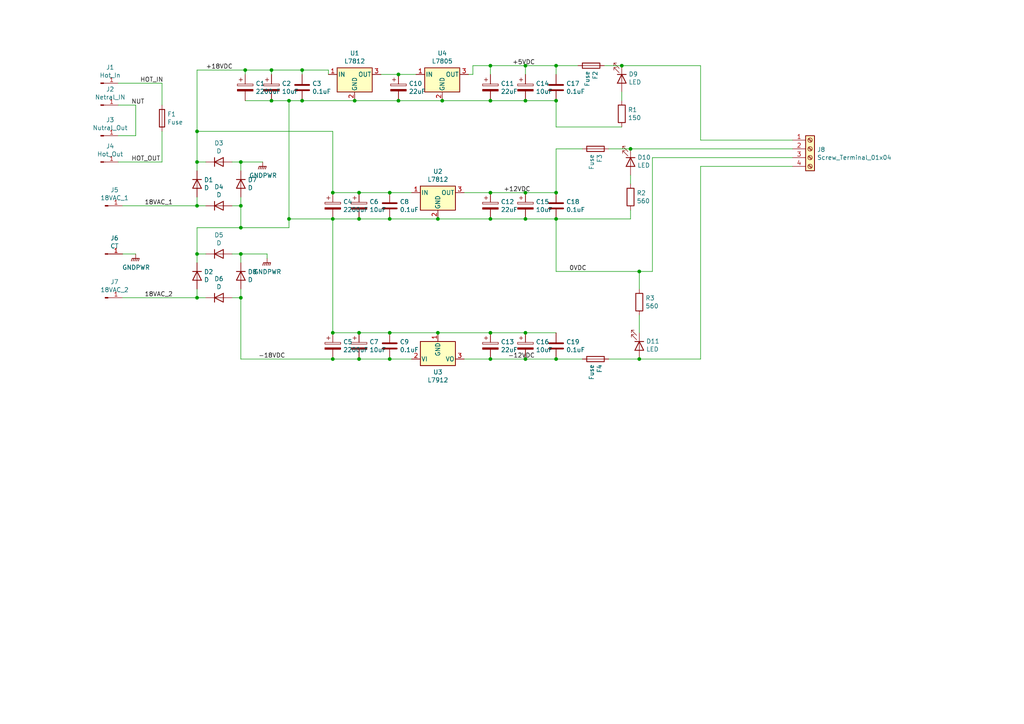
<source format=kicad_sch>
(kicad_sch (version 20250114) (generator "eeschema") (generator_version "9.0")
  (paper "A4")
  (lib_symbols
    (symbol "Connector:Conn_01x01_Male" (pin_names (offset 1.016) (hide yes))
      (property "Reference" "J" (at 0 2.54 0))
      (property "Value" "Conn_01x01_Male" (at 0 -2.54 0))
      (symbol "Conn_01x01_Male_1_1"
        (rectangle (start 0.8636 0.127) (end 0 -0.127) (stroke (width 0.1524)) (fill (type outline)))
        (polyline (pts (xy 1.27 0) (xy 0.8636 0)) (stroke (width 0.1524)))
        (pin passive line (at 5.08 0 180) (length 3.81) (name "Pin_1") (number "1"))
      )
    )
    (symbol "Connector:Screw_Terminal_01x04" (pin_names (offset 1.016) (hide yes))
      (property "Reference" "J" (at 0 5.08 0))
      (property "Value" "Screw_Terminal_01x04" (at 0 -7.62 0))
      (symbol "Screw_Terminal_01x04_1_1"
        (rectangle (start -1.27 3.81) (end 1.27 -6.35) (stroke (width 0.254)) (fill (type background)))
        (polyline (pts (xy -0.5334 2.8702) (xy 0.3302 2.032)) (stroke (width 0.1524)))
        (polyline (pts (xy -0.5334 0.3302) (xy 0.3302 -0.508)) (stroke (width 0.1524)))
        (polyline (pts (xy -0.5334 -2.2098) (xy 0.3302 -3.048)) (stroke (width 0.1524)))
        (polyline (pts (xy -0.5334 -4.7498) (xy 0.3302 -5.588)) (stroke (width 0.1524)))
        (polyline (pts (xy -0.3556 3.048) (xy 0.508 2.2098)) (stroke (width 0.1524)))
        (polyline (pts (xy -0.3556 0.508) (xy 0.508 -0.3302)) (stroke (width 0.1524)))
        (polyline (pts (xy -0.3556 -2.032) (xy 0.508 -2.8702)) (stroke (width 0.1524)))
        (polyline (pts (xy -0.3556 -4.572) (xy 0.508 -5.4102)) (stroke (width 0.1524)))
        (circle (center 0 2.54) (radius 0.635) (stroke (width 0.1524)))
        (circle (center 0 0) (radius 0.635) (stroke (width 0.1524)))
        (circle (center 0 -2.54) (radius 0.635) (stroke (width 0.1524)))
        (circle (center 0 -5.08) (radius 0.635) (stroke (width 0.1524)))
        (pin passive line (at -5.08 2.54 0) (length 3.81) (name "Pin_1") (number "1"))
        (pin passive line (at -5.08 0 0) (length 3.81) (name "Pin_2") (number "2"))
        (pin passive line (at -5.08 -2.54 0) (length 3.81) (name "Pin_3") (number "3"))
        (pin passive line (at -5.08 -5.08 0) (length 3.81) (name "Pin_4") (number "4"))
      )
    )
    (symbol "Device:C" (pin_numbers (hide yes)) (pin_names (offset 0.254))
      (property "Reference" "C" (at 0.635 2.54 0))
      (property "Value" "C" (at 0.635 -2.54 0))
      (symbol "C_0_1"
        (polyline (pts (xy -2.032 0.762) (xy 2.032 0.762)) (stroke (width 0.508)))
        (polyline (pts (xy -2.032 -0.762) (xy 2.032 -0.762)) (stroke (width 0.508)))
      )
      (symbol "C_1_1"
        (pin passive line (at 0 3.81 270) (length 2.794) (name "~") (number "1"))
        (pin passive line (at 0 -3.81 90) (length 2.794) (name "~") (number "2"))
      )
    )
    (symbol "Device:CP" (pin_numbers (hide yes)) (pin_names (offset 0.254))
      (property "Reference" "C" (at 0.635 2.54 0))
      (property "Value" "Device_CP" (at 0.635 -2.54 0))
      (symbol "CP_0_1"
        (rectangle (start -2.286 0.508) (end 2.286 1.016))
        (polyline (pts (xy -1.778 2.286) (xy -0.762 2.286)))
        (polyline (pts (xy -1.27 2.794) (xy -1.27 1.778)))
        (rectangle (start 2.286 -0.508) (end -2.286 -1.016) (fill (type outline)))
      )
      (symbol "CP_1_1"
        (pin passive line (at 0 3.81 270) (length 2.794) (name "~") (number "1"))
        (pin passive line (at 0 -3.81 90) (length 2.794) (name "~") (number "2"))
      )
    )
    (symbol "Device:D" (pin_numbers (hide yes)) (pin_names (offset 1.016) (hide yes))
      (property "Reference" "D" (at 0 2.54 0))
      (property "Value" "D" (at 0 -2.54 0))
      (symbol "D_0_1"
        (polyline (pts (xy -1.27 1.27) (xy -1.27 -1.27)) (stroke (width 0.254)))
        (polyline (pts (xy 1.27 1.27) (xy 1.27 -1.27) (xy -1.27 0) (xy 1.27 1.27)) (stroke (width 0.254)))
        (polyline (pts (xy 1.27 0) (xy -1.27 0)))
      )
      (symbol "D_1_1"
        (pin passive line (at -3.81 0 0) (length 2.54) (name "K") (number "1"))
        (pin passive line (at 3.81 0 180) (length 2.54) (name "A") (number "2"))
      )
    )
    (symbol "Device:Fuse" (pin_numbers (hide yes)) (pin_names (offset 0))
      (property "Reference" "F" (at 2.032 0 90))
      (property "Value" "Fuse" (at -1.905 0 90))
      (symbol "Fuse_0_1"
        (rectangle (start -0.762 -2.54) (end 0.762 2.54) (stroke (width 0.254)))
        (polyline (pts (xy 0 2.54) (xy 0 -2.54)))
      )
      (symbol "Fuse_1_1"
        (pin passive line (at 0 3.81 270) (length 1.27) (name "~") (number "1"))
        (pin passive line (at 0 -3.81 90) (length 1.27) (name "~") (number "2"))
      )
    )
    (symbol "Device:LED" (pin_numbers (hide yes)) (pin_names (offset 1.016) (hide yes))
      (property "Reference" "D" (at 0 2.54 0))
      (property "Value" "LED" (at 0 -2.54 0))
      (symbol "LED_0_1"
        (polyline (pts (xy -3.048 -0.762) (xy -4.572 -2.286) (xy -3.81 -2.286) (xy -4.572 -2.286) (xy -4.572 -1.524)))
        (polyline (pts (xy -1.778 -0.762) (xy -3.302 -2.286) (xy -2.54 -2.286) (xy -3.302 -2.286) (xy -3.302 -1.524)))
        (polyline (pts (xy -1.27 0) (xy 1.27 0)))
        (polyline (pts (xy -1.27 -1.27) (xy -1.27 1.27)) (stroke (width 0.254)))
        (polyline (pts (xy 1.27 -1.27) (xy 1.27 1.27) (xy -1.27 0) (xy 1.27 -1.27)) (stroke (width 0.254)))
      )
      (symbol "LED_1_1"
        (pin passive line (at -3.81 0 0) (length 2.54) (name "K") (number "1"))
        (pin passive line (at 3.81 0 180) (length 2.54) (name "A") (number "2"))
      )
    )
    (symbol "Device:R" (pin_numbers (hide yes)) (pin_names (offset 0))
      (property "Reference" "R" (at 2.032 0 90))
      (property "Value" "R" (at 0 0 90))
      (symbol "R_0_1"
        (rectangle (start -1.016 -2.54) (end 1.016 2.54) (stroke (width 0.254)))
      )
      (symbol "R_1_1"
        (pin passive line (at 0 3.81 270) (length 1.27) (name "~") (number "1"))
        (pin passive line (at 0 -3.81 90) (length 1.27) (name "~") (number "2"))
      )
    )
    (symbol "Regulator_Linear:L7805" (pin_names (offset 0.254))
      (property "Reference" "U" (at -3.81 3.175 0))
      (property "Value" "L7805" (at 0 3.175 0))
      (symbol "L7805_0_1"
        (rectangle (start -5.08 1.905) (end 5.08 -5.08) (stroke (width 0.254)) (fill (type background)))
      )
      (symbol "L7805_1_1"
        (pin power_in line (at -7.62 0 0) (length 2.54) (name "IN") (number "1"))
        (pin power_in line (at 0 -7.62 90) (length 2.54) (name "GND") (number "2"))
        (pin power_out line (at 7.62 0 180) (length 2.54) (name "OUT") (number "3"))
      )
    )
    (symbol "Regulator_Linear:L7812" (pin_names (offset 0.254))
      (property "Reference" "U" (at -3.81 3.175 0))
      (property "Value" "L7812" (at 0 3.175 0))
      (symbol "L7812_0_1"
        (rectangle (start -5.08 1.905) (end 5.08 -5.08) (stroke (width 0.254)) (fill (type background)))
      )
      (symbol "L7812_1_1"
        (pin power_in line (at -7.62 0 0) (length 2.54) (name "IN") (number "1"))
        (pin power_in line (at 0 -7.62 90) (length 2.54) (name "GND") (number "2"))
        (pin power_out line (at 7.62 0 180) (length 2.54) (name "OUT") (number "3"))
      )
    )
    (symbol "Regulator_Linear:L7912" (pin_names (offset 0.254))
      (property "Reference" "U" (at -3.81 -3.175 0))
      (property "Value" "L7912" (at 0 -3.175 0))
      (symbol "L7912_0_1"
        (rectangle (start -5.08 5.08) (end 5.08 -1.905) (stroke (width 0.254)) (fill (type background)))
      )
      (symbol "L7912_1_1"
        (pin power_in line (at -7.62 0 0) (length 2.54) (name "VI") (number "2"))
        (pin power_in line (at 0 7.62 270) (length 2.54) (name "GND") (number "1"))
        (pin power_out line (at 7.62 0 180) (length 2.54) (name "VO") (number "3"))
      )
    )
    (symbol "power:GNDPWR" (power) (pin_names (offset 0))
      (property "Value" "GNDPWR" (at 0 -3.302 0))
      (symbol "GNDPWR_0_1"
        (polyline (pts (xy -1.016 -1.27) (xy -1.27 -2.032) (xy -1.27 -2.032)) (stroke (width 0.2032)))
        (polyline (pts (xy -0.508 -1.27) (xy -0.762 -2.032) (xy -0.762 -2.032)) (stroke (width 0.2032)))
        (polyline (pts (xy 0 -1.27) (xy 0 0)))
        (polyline (pts (xy 0 -1.27) (xy -0.254 -2.032) (xy -0.254 -2.032)) (stroke (width 0.2032)))
        (polyline (pts (xy 0.508 -1.27) (xy 0.254 -2.032) (xy 0.254 -2.032)) (stroke (width 0.2032)))
        (polyline (pts (xy 1.016 -1.27) (xy -1.016 -1.27) (xy -1.016 -1.27)) (stroke (width 0.2032)))
        (polyline (pts (xy 1.016 -1.27) (xy 0.762 -2.032) (xy 0.762 -2.032) (xy 0.762 -2.032)) (stroke (width 0.2032)))
      )
      (symbol "GNDPWR_1_1"
        (pin power_in line (at 0 0 270) (length 0) (hide yes) (name "GNDPWR") (number "1"))
      )
    )
  )
  (junction (at 152.4 19.05))
  (junction (at 57.15 38.1))
  (junction (at 104.14 63.5))
  (junction (at 102.87 29.21))
  (junction (at 182.88 43.18))
  (junction (at 161.29 29.21))
  (junction (at 161.29 63.5))
  (junction (at 142.24 96.52))
  (junction (at 87.63 20.32))
  (junction (at 104.14 104.14))
  (junction (at 69.85 73.66))
  (junction (at 142.24 29.21))
  (junction (at 185.42 78.74))
  (junction (at 161.29 19.05))
  (junction (at 78.74 29.21))
  (junction (at 115.57 21.59))
  (junction (at 180.34 19.05))
  (junction (at 113.03 55.88))
  (junction (at 152.4 55.88))
  (junction (at 96.52 55.88))
  (junction (at 185.42 104.14))
  (junction (at 104.14 55.88))
  (junction (at 96.52 104.14))
  (junction (at 113.03 96.52))
  (junction (at 69.85 59.69))
  (junction (at 127 63.5))
  (junction (at 69.85 66.04))
  (junction (at 78.74 20.32))
  (junction (at 83.82 63.5))
  (junction (at 69.85 86.36))
  (junction (at 142.24 19.05))
  (junction (at 127 96.52))
  (junction (at 96.52 96.52))
  (junction (at 152.4 96.52))
  (junction (at 96.52 63.5))
  (junction (at 152.4 63.5))
  (junction (at 142.24 55.88))
  (junction (at 142.24 104.14))
  (junction (at 57.15 86.36))
  (junction (at 152.4 29.21))
  (junction (at 71.12 20.32))
  (junction (at 161.29 104.14))
  (junction (at 128.27 29.21))
  (junction (at 113.03 63.5))
  (junction (at 152.4 104.14))
  (junction (at 57.15 59.69))
  (junction (at 87.63 29.21))
  (junction (at 161.29 55.88))
  (junction (at 113.03 104.14))
  (junction (at 142.24 63.5))
  (junction (at 57.15 46.99))
  (junction (at 57.15 73.66))
  (junction (at 104.14 96.52))
  (junction (at 115.57 29.21))
  (junction (at 69.85 46.99))
  (junction (at 83.82 29.21))
  (wire (pts (xy 176.53 104.14) (xy 185.42 104.14)))
  (wire (pts (xy 185.42 78.74) (xy 189.23 78.74)))
  (wire (pts (xy 152.4 96.52) (xy 161.29 96.52)))
  (wire (pts (xy 113.03 63.5) (xy 127 63.5)))
  (wire (pts (xy 96.52 96.52) (xy 96.52 63.5)))
  (wire (pts (xy 46.99 24.13) (xy 46.99 30.48)))
  (wire (pts (xy 142.24 104.14) (xy 152.4 104.14)))
  (wire (pts (xy 185.42 83.82) (xy 185.42 78.74)))
  (wire (pts (xy 142.24 21.59) (xy 142.24 19.05)))
  (wire (pts (xy 161.29 104.14) (xy 168.91 104.14)))
  (wire (pts (xy 69.85 46.99) (xy 76.2 46.99)))
  (wire (pts (xy 71.12 21.59) (xy 71.12 20.32)))
  (wire (pts (xy 152.4 29.21) (xy 161.29 29.21)))
  (wire (pts (xy 142.24 29.21) (xy 152.4 29.21)))
  (wire (pts (xy 57.15 86.36) (xy 57.15 83.82)))
  (wire (pts (xy 34.29 24.13) (xy 46.99 24.13)))
  (wire (pts (xy 57.15 59.69) (xy 57.15 57.15)))
  (wire (pts (xy 87.63 29.21) (xy 83.82 29.21)))
  (wire (pts (xy 69.85 104.14) (xy 96.52 104.14)))
  (wire (pts (xy 78.74 20.32) (xy 87.63 20.32)))
  (wire (pts (xy 57.15 73.66) (xy 57.15 66.04)))
  (wire (pts (xy 142.24 96.52) (xy 127 96.52)))
  (wire (pts (xy 96.52 63.5) (xy 104.14 63.5)))
  (wire (pts (xy 69.85 86.36) (xy 69.85 104.14)))
  (wire (pts (xy 189.23 45.72) (xy 229.87 45.72)))
  (wire (pts (xy 104.14 96.52) (xy 113.03 96.52)))
  (wire (pts (xy 83.82 66.04) (xy 83.82 63.5)))
  (wire (pts (xy 102.87 29.21) (xy 115.57 29.21)))
  (wire (pts (xy 104.14 104.14) (xy 113.03 104.14)))
  (wire (pts (xy 229.87 40.64) (xy 203.2 40.64)))
  (wire (pts (xy 39.37 39.37) (xy 34.29 39.37)))
  (wire (pts (xy 57.15 76.2) (xy 57.15 73.66)))
  (wire (pts (xy 142.24 104.14) (xy 134.62 104.14)))
  (wire (pts (xy 59.69 86.36) (xy 57.15 86.36)))
  (wire (pts (xy 152.4 21.59) (xy 152.4 19.05)))
  (wire (pts (xy 35.56 86.36) (xy 57.15 86.36)))
  (wire (pts (xy 137.16 21.59) (xy 135.89 21.59)))
  (wire (pts (xy 182.88 60.96) (xy 182.88 63.5)))
  (wire (pts (xy 128.27 29.21) (xy 142.24 29.21)))
  (wire (pts (xy 127 63.5) (xy 142.24 63.5)))
  (wire (pts (xy 71.12 29.21) (xy 78.74 29.21)))
  (wire (pts (xy 77.47 73.66) (xy 77.47 74.93)))
  (wire (pts (xy 69.85 66.04) (xy 69.85 59.69)))
  (wire (pts (xy 203.2 19.05) (xy 180.34 19.05)))
  (wire (pts (xy 69.85 59.69) (xy 67.31 59.69)))
  (wire (pts (xy 203.2 40.64) (xy 203.2 19.05)))
  (wire (pts (xy 182.88 63.5) (xy 161.29 63.5)))
  (wire (pts (xy 102.87 29.21) (xy 87.63 29.21)))
  (wire (pts (xy 96.52 104.14) (xy 104.14 104.14)))
  (wire (pts (xy 83.82 63.5) (xy 96.52 63.5)))
  (wire (pts (xy 69.85 73.66) (xy 77.47 73.66)))
  (wire (pts (xy 78.74 29.21) (xy 83.82 29.21)))
  (wire (pts (xy 180.34 26.67) (xy 180.34 29.21)))
  (wire (pts (xy 46.99 38.1) (xy 46.99 46.99)))
  (wire (pts (xy 137.16 19.05) (xy 137.16 21.59)))
  (wire (pts (xy 34.29 30.48) (xy 39.37 30.48)))
  (wire (pts (xy 57.15 38.1) (xy 57.15 20.32)))
  (wire (pts (xy 104.14 55.88) (xy 113.03 55.88)))
  (wire (pts (xy 119.38 55.88) (xy 113.03 55.88)))
  (wire (pts (xy 39.37 30.48) (xy 39.37 39.37)))
  (wire (pts (xy 189.23 45.72) (xy 189.23 78.74)))
  (wire (pts (xy 120.65 21.59) (xy 115.57 21.59)))
  (wire (pts (xy 57.15 46.99) (xy 57.15 38.1)))
  (wire (pts (xy 203.2 104.14) (xy 185.42 104.14)))
  (wire (pts (xy 168.91 43.18) (xy 161.29 43.18)))
  (wire (pts (xy 152.4 104.14) (xy 161.29 104.14)))
  (wire (pts (xy 69.85 86.36) (xy 67.31 86.36)))
  (wire (pts (xy 229.87 48.26) (xy 203.2 48.26)))
  (wire (pts (xy 176.53 43.18) (xy 182.88 43.18)))
  (wire (pts (xy 57.15 38.1) (xy 96.52 38.1)))
  (wire (pts (xy 110.49 21.59) (xy 115.57 21.59)))
  (wire (pts (xy 69.85 66.04) (xy 83.82 66.04)))
  (wire (pts (xy 57.15 73.66) (xy 59.69 73.66)))
  (wire (pts (xy 203.2 48.26) (xy 203.2 104.14)))
  (wire (pts (xy 57.15 20.32) (xy 71.12 20.32)))
  (wire (pts (xy 161.29 78.74) (xy 161.29 63.5)))
  (wire (pts (xy 104.14 63.5) (xy 113.03 63.5)))
  (wire (pts (xy 161.29 21.59) (xy 161.29 19.05)))
  (wire (pts (xy 69.85 83.82) (xy 69.85 86.36)))
  (wire (pts (xy 95.25 20.32) (xy 95.25 21.59)))
  (wire (pts (xy 69.85 46.99) (xy 69.85 49.53)))
  (wire (pts (xy 142.24 19.05) (xy 137.16 19.05)))
  (wire (pts (xy 142.24 96.52) (xy 152.4 96.52)))
  (wire (pts (xy 152.4 55.88) (xy 161.29 55.88)))
  (wire (pts (xy 127 96.52) (xy 113.03 96.52)))
  (wire (pts (xy 182.88 50.8) (xy 182.88 53.34)))
  (wire (pts (xy 71.12 20.32) (xy 78.74 20.32)))
  (wire (pts (xy 57.15 46.99) (xy 59.69 46.99)))
  (wire (pts (xy 152.4 63.5) (xy 161.29 63.5)))
  (wire (pts (xy 96.52 38.1) (xy 96.52 55.88)))
  (wire (pts (xy 161.29 19.05) (xy 167.64 19.05)))
  (wire (pts (xy 142.24 55.88) (xy 152.4 55.88)))
  (wire (pts (xy 182.88 43.18) (xy 229.87 43.18)))
  (wire (pts (xy 142.24 19.05) (xy 152.4 19.05)))
  (wire (pts (xy 142.24 63.5) (xy 152.4 63.5)))
  (wire (pts (xy 96.52 96.52) (xy 104.14 96.52)))
  (wire (pts (xy 175.26 19.05) (xy 180.34 19.05)))
  (wire (pts (xy 134.62 55.88) (xy 142.24 55.88)))
  (wire (pts (xy 35.56 73.66) (xy 39.37 73.66)))
  (wire (pts (xy 161.29 36.83) (xy 161.29 29.21)))
  (wire (pts (xy 83.82 63.5) (xy 83.82 29.21)))
  (wire (pts (xy 57.15 66.04) (xy 69.85 66.04)))
  (wire (pts (xy 87.63 20.32) (xy 95.25 20.32)))
  (wire (pts (xy 69.85 57.15) (xy 69.85 59.69)))
  (wire (pts (xy 96.52 55.88) (xy 104.14 55.88)))
  (wire (pts (xy 67.31 46.99) (xy 69.85 46.99)))
  (wire (pts (xy 57.15 49.53) (xy 57.15 46.99)))
  (wire (pts (xy 59.69 59.69) (xy 57.15 59.69)))
  (wire (pts (xy 78.74 21.59) (xy 78.74 20.32)))
  (wire (pts (xy 46.99 46.99) (xy 34.29 46.99)))
  (wire (pts (xy 152.4 19.05) (xy 161.29 19.05)))
  (wire (pts (xy 185.42 96.52) (xy 185.42 91.44)))
  (wire (pts (xy 69.85 73.66) (xy 69.85 76.2)))
  (wire (pts (xy 119.38 104.14) (xy 113.03 104.14)))
  (wire (pts (xy 161.29 78.74) (xy 185.42 78.74)))
  (wire (pts (xy 161.29 43.18) (xy 161.29 55.88)))
  (wire (pts (xy 115.57 29.21) (xy 128.27 29.21)))
  (wire (pts (xy 180.34 36.83) (xy 161.29 36.83)))
  (wire (pts (xy 67.31 73.66) (xy 69.85 73.66)))
  (wire (pts (xy 87.63 21.59) (xy 87.63 20.32)))
  (wire (pts (xy 35.56 59.69) (xy 57.15 59.69)))
  (label "+18VDC" (at 59.69 20.32 0))
  (label "HOT_OUT" (at 38.1 46.99 0))
  (label "-18VDC" (at 74.93 104.14 0))
  (label "18VAC_1" (at 41.91 59.69 0))
  (label "18VAC_2" (at 41.91 86.36 0))
  (label "0VDC" (at 165.1 78.74 0))
  (label "+5VDC" (at 148.59 19.05 0))
  (label "HOT_IN" (at 40.64 24.13 0))
  (label "-12VDC" (at 147.32 104.14 0))
  (label "NUT" (at 38.1 30.48 0))
  (label "+12VDC" (at 146.05 55.88 0))
  (symbol (lib_id "Device:Fuse") (at 46.99 34.29 0) (unit 1)
    (property "Reference" "F1" (at 48.514 33.1216 0) (effects (justify left)))
    (property "Value" "Fuse" (at 48.514 35.433 0) (effects (justify left)))
    (property "Footprint" "Fuse_Holders_and_Fuses:Fuseholder5x20_horiz_open_inline_Type-I" (effects (hide yes)))
  )
  (symbol (lib_id "Device:C") (at 113.03 100.33 0) (unit 1)
    (property "Reference" "C9" (at 115.951 99.1616 0) (effects (justify left)))
    (property "Value" "0.1uF" (at 115.951 101.473 0) (effects (justify left)))
    (property "Footprint" "Capacitors_SMD:C_1206_HandSoldering" (effects (hide yes)))
  )
  (symbol (lib_id "Device:C") (at 113.03 59.69 0) (unit 1)
    (property "Reference" "C8" (at 115.951 58.5216 0) (effects (justify left)))
    (property "Value" "0.1uF" (at 115.951 60.833 0) (effects (justify left)))
    (property "Footprint" "Capacitors_SMD:C_1206_HandSoldering" (effects (hide yes)))
  )
  (symbol (lib_id "Device:C") (at 161.29 59.69 0) (unit 1)
    (property "Reference" "C18" (at 164.211 58.5216 0) (effects (justify left)))
    (property "Value" "0.1uF" (at 164.211 60.833 0) (effects (justify left)))
    (property "Footprint" "Capacitors_SMD:C_1206_HandSoldering" (effects (hide yes)))
  )
  (symbol (lib_id "Device:C") (at 161.29 100.33 0) (unit 1)
    (property "Reference" "C19" (at 164.211 99.1616 0) (effects (justify left)))
    (property "Value" "0.1uF" (at 164.211 101.473 0) (effects (justify left)))
    (property "Footprint" "Capacitors_SMD:C_1206_HandSoldering" (effects (hide yes)))
  )
  (symbol (lib_id "Regulator_Linear:L7812") (at 127 55.88 0) (unit 1)
    (property "Reference" "U2" (at 127 49.7332 0))
    (property "Value" "L7812" (at 127 52.0446 0))
    (property "Footprint" "TO_SOT_Packages_SMD:TO-252-2" (effects (hide yes)))
    (property "Datasheet" "http://www.st.com/content/ccc/resource/technical/document/datasheet/41/4f/b3/b0/12/d4/47/88/CD00000444.pdf/files/CD00000444.pdf/jcr:content/translations/en.CD00000444.pdf" (effects (hide yes)))
  )
  (symbol (lib_id "Regulator_Linear:L7912") (at 127 104.14 0) (unit 1)
    (property "Reference" "U3" (at 127 107.9246 0))
    (property "Value" "L7912" (at 127 110.236 0))
    (property "Footprint" "TO_SOT_Packages_SMD:TO-263-2" (effects (hide yes)))
    (property "Datasheet" "http://www.st.com/content/ccc/resource/technical/document/datasheet/c9/16/86/41/c7/2b/45/f2/CD00000450.pdf/files/CD00000450.pdf/jcr:content/translations/en.CD00000450.pdf" (effects (hide yes)))
  )
  (symbol (lib_id "Device:CP") (at 96.52 59.69 0) (unit 1)
    (property "Reference" "C4" (at 99.5172 58.5216 0) (effects (justify left)))
    (property "Value" "2200uF" (at 99.5172 60.833 0) (effects (justify left)))
    (property "Footprint" "Custom_Library:CP_Elec_18 x 21.5" (effects (hide yes)))
  )
  (symbol (lib_id "Device:CP") (at 96.52 100.33 0) (unit 1)
    (property "Reference" "C5" (at 99.5172 99.1616 0) (effects (justify left)))
    (property "Value" "2200uF" (at 99.5172 101.473 0) (effects (justify left)))
    (property "Footprint" "Custom_Library:CP_Elec_18 x 21.5" (effects (hide yes)))
  )
  (symbol (lib_id "Device:R") (at 185.42 87.63 0) (unit 1)
    (property "Reference" "R3" (at 187.198 86.4616 0) (effects (justify left)))
    (property "Value" "560" (at 187.198 88.773 0) (effects (justify left)))
    (property "Footprint" "Resistors_SMD:R_1210_HandSoldering" (effects (hide yes)))
  )
  (symbol (lib_id "Device:R") (at 182.88 57.15 0) (unit 1)
    (property "Reference" "R2" (at 184.658 55.9816 0) (effects (justify left)))
    (property "Value" "560" (at 184.658 58.293 0) (effects (justify left)))
    (property "Footprint" "Resistors_SMD:R_1210_HandSoldering" (effects (hide yes)))
  )
  (symbol (lib_id "Device:LED") (at 182.88 46.99 270) (unit 1)
    (property "Reference" "D10" (at 184.8612 45.6438 90) (effects (justify left)))
    (property "Value" "LED" (at 184.8612 47.9552 90) (effects (justify left)))
    (property "Footprint" "LEDs:LED_1206_HandSoldering" (effects (hide yes)))
  )
  (symbol (lib_id "Device:LED") (at 185.42 100.33 270) (unit 1)
    (property "Reference" "D11" (at 187.4012 98.9838 90) (effects (justify left)))
    (property "Value" "LED" (at 187.4012 101.2952 90) (effects (justify left)))
    (property "Footprint" "LEDs:LED_1206_HandSoldering" (effects (hide yes)))
  )
  (symbol (lib_id "Connector:Conn_01x01_Male") (at 30.48 86.36 0) (unit 1)
    (property "Reference" "J7" (at 33.2232 81.7626 0))
    (property "Value" "18VAC_2" (at 33.2232 84.074 0))
    (property "Footprint" "Custom_Library:TAB_Conn" (effects (hide yes)))
  )
  (symbol (lib_id "Connector:Conn_01x01_Male") (at 30.48 73.66 0) (unit 1)
    (property "Reference" "J6" (at 33.2232 69.0626 0))
    (property "Value" "CT" (at 33.2232 71.374 0))
    (property "Footprint" "Custom_Library:TAB_Conn" (effects (hide yes)))
  )
  (symbol (lib_id "Connector:Conn_01x01_Male") (at 29.21 24.13 0) (unit 1)
    (property "Reference" "J1" (at 31.9532 19.5326 0))
    (property "Value" "Hot_In" (at 31.9532 21.844 0))
    (property "Footprint" "Custom_Library:TAB_Conn" (effects (hide yes)))
  )
  (symbol (lib_id "Connector:Conn_01x01_Male") (at 29.21 30.48 0) (unit 1)
    (property "Reference" "J2" (at 31.9532 25.8826 0))
    (property "Value" "Netral_IN" (at 31.9532 28.194 0))
    (property "Footprint" "Custom_Library:TAB_Conn" (effects (hide yes)))
  )
  (symbol (lib_id "Connector:Conn_01x01_Male") (at 29.21 39.37 0) (unit 1)
    (property "Reference" "J3" (at 31.9532 34.7726 0))
    (property "Value" "Nutral_Out" (at 31.9532 37.084 0))
    (property "Footprint" "Custom_Library:TAB_Conn" (effects (hide yes)))
  )
  (symbol (lib_id "Connector:Conn_01x01_Male") (at 29.21 46.99 0) (unit 1)
    (property "Reference" "J4" (at 31.9532 42.3926 0))
    (property "Value" "Hot_Out" (at 31.9532 44.704 0))
    (property "Footprint" "Custom_Library:TAB_Conn" (effects (hide yes)))
  )
  (symbol (lib_id "Connector:Conn_01x01_Male") (at 30.48 59.69 0) (unit 1)
    (property "Reference" "J5" (at 33.2232 55.0926 0))
    (property "Value" "18VAC_1" (at 33.2232 57.404 0))
    (property "Footprint" "Custom_Library:TAB_Conn" (effects (hide yes)))
  )
  (symbol (lib_id "power:GNDPWR") (at 39.37 73.66 0) (unit 1)
    (property "Reference" "#PWR0101" (effects (hide yes)))
    (property "Value" "GNDPWR" (at 39.4716 77.5716 0))
  )
  (symbol (lib_id "Device:D") (at 57.15 53.34 270) (unit 1)
    (property "Reference" "D1" (at 59.1566 52.1716 90) (effects (justify left)))
    (property "Value" "D" (at 59.1566 54.483 90) (effects (justify left)))
    (property "Footprint" "Diodes_SMD:D_SMB" (effects (hide yes)))
  )
  (symbol (lib_id "Device:D") (at 63.5 46.99 0) (unit 1)
    (property "Reference" "D3" (at 63.5 41.5036 0))
    (property "Value" "D" (at 63.5 43.815 0))
    (property "Footprint" "Diodes_SMD:D_SMB" (effects (hide yes)))
  )
  (symbol (lib_id "Device:D") (at 63.5 59.69 0) (unit 1)
    (property "Reference" "D4" (at 63.5 54.2036 0))
    (property "Value" "D" (at 63.5 56.515 0))
    (property "Footprint" "Diodes_SMD:D_SMB" (effects (hide yes)))
  )
  (symbol (lib_id "Device:D") (at 69.85 53.34 270) (unit 1)
    (property "Reference" "D7" (at 71.8566 52.1716 90) (effects (justify left)))
    (property "Value" "D" (at 71.8566 54.483 90) (effects (justify left)))
    (property "Footprint" "Diodes_SMD:D_SMB" (effects (hide yes)))
  )
  (symbol (lib_id "Device:D") (at 57.15 80.01 270) (unit 1)
    (property "Reference" "D2" (at 59.1566 78.8416 90) (effects (justify left)))
    (property "Value" "D" (at 59.1566 81.153 90) (effects (justify left)))
    (property "Footprint" "Diodes_SMD:D_SMB" (effects (hide yes)))
  )
  (symbol (lib_id "Device:D") (at 63.5 73.66 0) (unit 1)
    (property "Reference" "D5" (at 63.5 68.1736 0))
    (property "Value" "D" (at 63.5 70.485 0))
    (property "Footprint" "Diodes_SMD:D_SMB" (effects (hide yes)))
  )
  (symbol (lib_id "Device:D") (at 63.5 86.36 0) (unit 1)
    (property "Reference" "D6" (at 63.5 80.8736 0))
    (property "Value" "D" (at 63.5 83.185 0))
    (property "Footprint" "Diodes_SMD:D_SMB" (effects (hide yes)))
  )
  (symbol (lib_id "Device:D") (at 69.85 80.01 270) (unit 1)
    (property "Reference" "D8" (at 71.8566 78.8416 90) (effects (justify left)))
    (property "Value" "D" (at 71.8566 81.153 90) (effects (justify left)))
    (property "Footprint" "Diodes_SMD:D_SMB" (effects (hide yes)))
  )
  (symbol (lib_id "power:GNDPWR") (at 77.47 74.93 0) (unit 1)
    (property "Reference" "#PWR0102" (effects (hide yes)))
    (property "Value" "GNDPWR" (at 77.5716 78.8416 0))
  )
  (symbol (lib_id "power:GNDPWR") (at 76.2 46.99 0) (unit 1)
    (property "Reference" "#PWR0103" (effects (hide yes)))
    (property "Value" "GNDPWR" (at 76.3016 50.9016 0))
  )
  (symbol (lib_id "Device:CP") (at 142.24 59.69 0) (unit 1)
    (property "Reference" "C12" (at 145.2372 58.5216 0) (effects (justify left)))
    (property "Value" "22uF" (at 145.2372 60.833 0) (effects (justify left)))
    (property "Footprint" "Capacitors_SMD:CP_Elec_6.3x5.7" (effects (hide yes)))
  )
  (symbol (lib_id "Device:CP") (at 142.24 100.33 0) (unit 1)
    (property "Reference" "C13" (at 145.2372 99.1616 0) (effects (justify left)))
    (property "Value" "22uF" (at 145.2372 101.473 0) (effects (justify left)))
    (property "Footprint" "Capacitors_SMD:CP_Elec_6.3x5.7" (effects (hide yes)))
  )
  (symbol (lib_id "Device:C") (at 87.63 25.4 0) (unit 1)
    (property "Reference" "C3" (at 90.551 24.2316 0) (effects (justify left)))
    (property "Value" "0.1uF" (at 90.551 26.543 0) (effects (justify left)))
    (property "Footprint" "Capacitors_SMD:C_1206_HandSoldering" (effects (hide yes)))
  )
  (symbol (lib_id "Device:C") (at 161.29 25.4 0) (unit 1)
    (property "Reference" "C17" (at 164.211 24.2316 0) (effects (justify left)))
    (property "Value" "0.1uF" (at 164.211 26.543 0) (effects (justify left)))
    (property "Footprint" "Capacitors_SMD:C_1206_HandSoldering" (effects (hide yes)))
  )
  (symbol (lib_id "Device:CP") (at 71.12 25.4 0) (unit 1)
    (property "Reference" "C1" (at 74.1172 24.2316 0) (effects (justify left)))
    (property "Value" "2200uF" (at 74.1172 26.543 0) (effects (justify left)))
    (property "Footprint" "Custom_Library:CP_Elec_18 x 21.5" (effects (hide yes)))
  )
  (symbol (lib_id "Device:R") (at 180.34 33.02 0) (unit 1)
    (property "Reference" "R1" (at 182.118 31.8516 0) (effects (justify left)))
    (property "Value" "150" (at 182.118 34.163 0) (effects (justify left)))
    (property "Footprint" "Resistors_SMD:R_1210_HandSoldering" (effects (hide yes)))
  )
  (symbol (lib_id "Device:LED") (at 180.34 22.86 270) (unit 1)
    (property "Reference" "D9" (at 182.3212 21.5138 90) (effects (justify left)))
    (property "Value" "LED" (at 182.3212 23.8252 90) (effects (justify left)))
    (property "Footprint" "LEDs:LED_1206_HandSoldering" (effects (hide yes)))
  )
  (symbol (lib_id "Device:CP") (at 142.24 25.4 0) (unit 1)
    (property "Reference" "C11" (at 145.2372 24.2316 0) (effects (justify left)))
    (property "Value" "22uF" (at 145.2372 26.543 0) (effects (justify left)))
    (property "Footprint" "Capacitors_SMD:CP_Elec_6.3x5.7" (effects (hide yes)))
  )
  (symbol (lib_id "Regulator_Linear:L7805") (at 128.27 21.59 0) (unit 1)
    (property "Reference" "U4" (at 128.27 15.4432 0))
    (property "Value" "L7805" (at 128.27 17.7546 0))
    (property "Footprint" "TO_SOT_Packages_SMD:TO-252-2" (effects (hide yes)))
    (property "Datasheet" "http://www.st.com/content/ccc/resource/technical/document/datasheet/41/4f/b3/b0/12/d4/47/88/CD00000444.pdf/files/CD00000444.pdf/jcr:content/translations/en.CD00000444.pdf" (effects (hide yes)))
  )
  (symbol (lib_id "Regulator_Linear:L7812") (at 102.87 21.59 0) (unit 1)
    (property "Reference" "U1" (at 102.87 15.4432 0))
    (property "Value" "L7812" (at 102.87 17.7546 0))
    (property "Footprint" "TO_SOT_Packages_SMD:TO-252-2" (effects (hide yes)))
    (property "Datasheet" "http://www.st.com/content/ccc/resource/technical/document/datasheet/41/4f/b3/b0/12/d4/47/88/CD00000444.pdf/files/CD00000444.pdf/jcr:content/translations/en.CD00000444.pdf" (effects (hide yes)))
  )
  (symbol (lib_id "Device:CP") (at 115.57 25.4 0) (unit 1)
    (property "Reference" "C10" (at 118.5672 24.2316 0) (effects (justify left)))
    (property "Value" "22uF" (at 118.5672 26.543 0) (effects (justify left)))
    (property "Footprint" "Capacitors_SMD:CP_Elec_6.3x5.7" (effects (hide yes)))
  )
  (symbol (lib_id "Device:Fuse") (at 171.45 19.05 270) (unit 1)
    (property "Reference" "F2" (at 172.6184 20.574 0) (effects (justify left)))
    (property "Value" "Fuse" (at 170.307 20.574 0) (effects (justify left)))
    (property "Footprint" "Fuse_Holders_and_Fuses:Fuseholder5x20_horiz_open_inline_Type-I" (effects (hide yes)))
  )
  (symbol (lib_id "Device:Fuse") (at 172.72 43.18 270) (unit 1)
    (property "Reference" "F3" (at 173.8884 44.704 0) (effects (justify left)))
    (property "Value" "Fuse" (at 171.577 44.704 0) (effects (justify left)))
    (property "Footprint" "Fuse_Holders_and_Fuses:Fuseholder5x20_horiz_open_inline_Type-I" (effects (hide yes)))
  )
  (symbol (lib_id "Device:Fuse") (at 172.72 104.14 270) (unit 1)
    (property "Reference" "F4" (at 173.8884 105.664 0) (effects (justify left)))
    (property "Value" "Fuse" (at 171.577 105.664 0) (effects (justify left)))
    (property "Footprint" "Fuse_Holders_and_Fuses:Fuseholder5x20_horiz_open_inline_Type-I" (effects (hide yes)))
  )
  (symbol (lib_id "Device:CP") (at 78.74 25.4 0) (unit 1)
    (property "Reference" "C2" (at 81.7372 24.2316 0) (effects (justify left)))
    (property "Value" "10uF" (at 81.7372 26.543 0) (effects (justify left)))
    (property "Footprint" "Capacitors_SMD:CP_Elec_5x5.3" (effects (hide yes)))
  )
  (symbol (lib_id "Device:CP") (at 104.14 59.69 0) (unit 1)
    (property "Reference" "C6" (at 107.1372 58.5216 0) (effects (justify left)))
    (property "Value" "10uF" (at 107.1372 60.833 0) (effects (justify left)))
    (property "Footprint" "Capacitors_SMD:CP_Elec_5x5.3" (effects (hide yes)))
  )
  (symbol (lib_id "Device:CP") (at 104.14 100.33 0) (unit 1)
    (property "Reference" "C7" (at 107.1372 99.1616 0) (effects (justify left)))
    (property "Value" "10uF" (at 107.1372 101.473 0) (effects (justify left)))
    (property "Footprint" "Capacitors_SMD:CP_Elec_5x5.3" (effects (hide yes)))
  )
  (symbol (lib_id "Device:CP") (at 152.4 25.4 0) (unit 1)
    (property "Reference" "C14" (at 155.3972 24.2316 0) (effects (justify left)))
    (property "Value" "10uF" (at 155.3972 26.543 0) (effects (justify left)))
    (property "Footprint" "Capacitors_SMD:CP_Elec_5x5.3" (effects (hide yes)))
  )
  (symbol (lib_id "Device:CP") (at 152.4 59.69 0) (unit 1)
    (property "Reference" "C15" (at 155.3972 58.5216 0) (effects (justify left)))
    (property "Value" "10uF" (at 155.3972 60.833 0) (effects (justify left)))
    (property "Footprint" "Capacitors_SMD:CP_Elec_5x5.3" (effects (hide yes)))
  )
  (symbol (lib_id "Device:CP") (at 152.4 100.33 0) (unit 1)
    (property "Reference" "C16" (at 155.3972 99.1616 0) (effects (justify left)))
    (property "Value" "10uF" (at 155.3972 101.473 0) (effects (justify left)))
    (property "Footprint" "Capacitors_SMD:CP_Elec_5x5.3" (effects (hide yes)))
  )
  (symbol (lib_id "Connector:Screw_Terminal_01x04") (at 234.95 43.18 0) (unit 1)
    (property "Reference" "J8" (at 236.982 43.3832 0) (effects (justify left)))
    (property "Value" "Screw_Terminal_01x04" (at 236.982 45.6946 0) (effects (justify left)))
    (property "Footprint" "Connectors_Terminal_Blocks:TerminalBlock_bornier-4_P5.08mm" (effects (hide yes)))
  )
)
</source>
